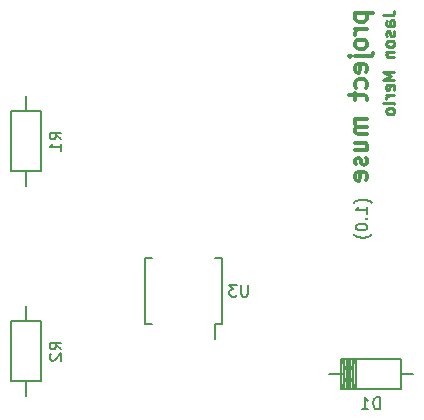
<source format=gbr>
G04 #@! TF.FileFunction,Legend,Bot*
%FSLAX46Y46*%
G04 Gerber Fmt 4.6, Leading zero omitted, Abs format (unit mm)*
G04 Created by KiCad (PCBNEW (2015-09-17 BZR 6202)-product) date Wednesday, September 23, 2015 'AMt' 01:30:27 AM*
%MOMM*%
G01*
G04 APERTURE LIST*
%ADD10C,0.100000*%
%ADD11C,0.200000*%
%ADD12C,0.250000*%
%ADD13C,0.375000*%
%ADD14C,0.150000*%
G04 APERTURE END LIST*
D10*
D11*
X146756333Y-94757810D02*
X146708714Y-94710190D01*
X146565857Y-94614952D01*
X146470619Y-94567333D01*
X146327762Y-94519714D01*
X146089667Y-94472095D01*
X145899190Y-94472095D01*
X145661095Y-94519714D01*
X145518238Y-94567333D01*
X145423000Y-94614952D01*
X145280143Y-94710190D01*
X145232524Y-94757810D01*
X146375381Y-95662572D02*
X146375381Y-95091143D01*
X146375381Y-95376857D02*
X145375381Y-95376857D01*
X145518238Y-95281619D01*
X145613476Y-95186381D01*
X145661095Y-95091143D01*
X146280143Y-96091143D02*
X146327762Y-96138762D01*
X146375381Y-96091143D01*
X146327762Y-96043524D01*
X146280143Y-96091143D01*
X146375381Y-96091143D01*
X145375381Y-96757809D02*
X145375381Y-96853048D01*
X145423000Y-96948286D01*
X145470619Y-96995905D01*
X145565857Y-97043524D01*
X145756333Y-97091143D01*
X145994429Y-97091143D01*
X146184905Y-97043524D01*
X146280143Y-96995905D01*
X146327762Y-96948286D01*
X146375381Y-96853048D01*
X146375381Y-96757809D01*
X146327762Y-96662571D01*
X146280143Y-96614952D01*
X146184905Y-96567333D01*
X145994429Y-96519714D01*
X145756333Y-96519714D01*
X145565857Y-96567333D01*
X145470619Y-96614952D01*
X145423000Y-96662571D01*
X145375381Y-96757809D01*
X146756333Y-97424476D02*
X146708714Y-97472095D01*
X146565857Y-97567333D01*
X146470619Y-97614952D01*
X146327762Y-97662571D01*
X146089667Y-97710190D01*
X145899190Y-97710190D01*
X145661095Y-97662571D01*
X145518238Y-97614952D01*
X145423000Y-97567333D01*
X145280143Y-97472095D01*
X145232524Y-97424476D01*
D12*
X147661381Y-78882810D02*
X148375667Y-78882810D01*
X148518524Y-78835190D01*
X148613762Y-78739952D01*
X148661381Y-78597095D01*
X148661381Y-78501857D01*
X148661381Y-79787572D02*
X148137571Y-79787572D01*
X148042333Y-79739953D01*
X147994714Y-79644715D01*
X147994714Y-79454238D01*
X148042333Y-79359000D01*
X148613762Y-79787572D02*
X148661381Y-79692334D01*
X148661381Y-79454238D01*
X148613762Y-79359000D01*
X148518524Y-79311381D01*
X148423286Y-79311381D01*
X148328048Y-79359000D01*
X148280429Y-79454238D01*
X148280429Y-79692334D01*
X148232810Y-79787572D01*
X148613762Y-80216143D02*
X148661381Y-80311381D01*
X148661381Y-80501857D01*
X148613762Y-80597096D01*
X148518524Y-80644715D01*
X148470905Y-80644715D01*
X148375667Y-80597096D01*
X148328048Y-80501857D01*
X148328048Y-80359000D01*
X148280429Y-80263762D01*
X148185190Y-80216143D01*
X148137571Y-80216143D01*
X148042333Y-80263762D01*
X147994714Y-80359000D01*
X147994714Y-80501857D01*
X148042333Y-80597096D01*
X148661381Y-81216143D02*
X148613762Y-81120905D01*
X148566143Y-81073286D01*
X148470905Y-81025667D01*
X148185190Y-81025667D01*
X148089952Y-81073286D01*
X148042333Y-81120905D01*
X147994714Y-81216143D01*
X147994714Y-81359001D01*
X148042333Y-81454239D01*
X148089952Y-81501858D01*
X148185190Y-81549477D01*
X148470905Y-81549477D01*
X148566143Y-81501858D01*
X148613762Y-81454239D01*
X148661381Y-81359001D01*
X148661381Y-81216143D01*
X147994714Y-81978048D02*
X148661381Y-81978048D01*
X148089952Y-81978048D02*
X148042333Y-82025667D01*
X147994714Y-82120905D01*
X147994714Y-82263763D01*
X148042333Y-82359001D01*
X148137571Y-82406620D01*
X148661381Y-82406620D01*
X148661381Y-83644715D02*
X147661381Y-83644715D01*
X148375667Y-83978049D01*
X147661381Y-84311382D01*
X148661381Y-84311382D01*
X148613762Y-85168525D02*
X148661381Y-85073287D01*
X148661381Y-84882810D01*
X148613762Y-84787572D01*
X148518524Y-84739953D01*
X148137571Y-84739953D01*
X148042333Y-84787572D01*
X147994714Y-84882810D01*
X147994714Y-85073287D01*
X148042333Y-85168525D01*
X148137571Y-85216144D01*
X148232810Y-85216144D01*
X148328048Y-84739953D01*
X148661381Y-85644715D02*
X147994714Y-85644715D01*
X148185190Y-85644715D02*
X148089952Y-85692334D01*
X148042333Y-85739953D01*
X147994714Y-85835191D01*
X147994714Y-85930430D01*
X148661381Y-86406620D02*
X148613762Y-86311382D01*
X148518524Y-86263763D01*
X147661381Y-86263763D01*
X148661381Y-86930430D02*
X148613762Y-86835192D01*
X148566143Y-86787573D01*
X148470905Y-86739954D01*
X148185190Y-86739954D01*
X148089952Y-86787573D01*
X148042333Y-86835192D01*
X147994714Y-86930430D01*
X147994714Y-87073288D01*
X148042333Y-87168526D01*
X148089952Y-87216145D01*
X148185190Y-87263764D01*
X148470905Y-87263764D01*
X148566143Y-87216145D01*
X148613762Y-87168526D01*
X148661381Y-87073288D01*
X148661381Y-86930430D01*
D13*
X145347571Y-78716143D02*
X146847571Y-78716143D01*
X145419000Y-78716143D02*
X145347571Y-78859000D01*
X145347571Y-79144714D01*
X145419000Y-79287571D01*
X145490429Y-79359000D01*
X145633286Y-79430429D01*
X146061857Y-79430429D01*
X146204714Y-79359000D01*
X146276143Y-79287571D01*
X146347571Y-79144714D01*
X146347571Y-78859000D01*
X146276143Y-78716143D01*
X146347571Y-80073286D02*
X145347571Y-80073286D01*
X145633286Y-80073286D02*
X145490429Y-80144714D01*
X145419000Y-80216143D01*
X145347571Y-80359000D01*
X145347571Y-80501857D01*
X146347571Y-81216143D02*
X146276143Y-81073285D01*
X146204714Y-81001857D01*
X146061857Y-80930428D01*
X145633286Y-80930428D01*
X145490429Y-81001857D01*
X145419000Y-81073285D01*
X145347571Y-81216143D01*
X145347571Y-81430428D01*
X145419000Y-81573285D01*
X145490429Y-81644714D01*
X145633286Y-81716143D01*
X146061857Y-81716143D01*
X146204714Y-81644714D01*
X146276143Y-81573285D01*
X146347571Y-81430428D01*
X146347571Y-81216143D01*
X145347571Y-82359000D02*
X146633286Y-82359000D01*
X146776143Y-82287571D01*
X146847571Y-82144714D01*
X146847571Y-82073286D01*
X144847571Y-82359000D02*
X144919000Y-82287571D01*
X144990429Y-82359000D01*
X144919000Y-82430428D01*
X144847571Y-82359000D01*
X144990429Y-82359000D01*
X146276143Y-83644714D02*
X146347571Y-83501857D01*
X146347571Y-83216143D01*
X146276143Y-83073286D01*
X146133286Y-83001857D01*
X145561857Y-83001857D01*
X145419000Y-83073286D01*
X145347571Y-83216143D01*
X145347571Y-83501857D01*
X145419000Y-83644714D01*
X145561857Y-83716143D01*
X145704714Y-83716143D01*
X145847571Y-83001857D01*
X146276143Y-85001857D02*
X146347571Y-84859000D01*
X146347571Y-84573286D01*
X146276143Y-84430428D01*
X146204714Y-84359000D01*
X146061857Y-84287571D01*
X145633286Y-84287571D01*
X145490429Y-84359000D01*
X145419000Y-84430428D01*
X145347571Y-84573286D01*
X145347571Y-84859000D01*
X145419000Y-85001857D01*
X145347571Y-85430428D02*
X145347571Y-86001857D01*
X144847571Y-85644714D02*
X146133286Y-85644714D01*
X146276143Y-85716142D01*
X146347571Y-85859000D01*
X146347571Y-86001857D01*
X146347571Y-87644714D02*
X145347571Y-87644714D01*
X145490429Y-87644714D02*
X145419000Y-87716142D01*
X145347571Y-87859000D01*
X145347571Y-88073285D01*
X145419000Y-88216142D01*
X145561857Y-88287571D01*
X146347571Y-88287571D01*
X145561857Y-88287571D02*
X145419000Y-88359000D01*
X145347571Y-88501857D01*
X145347571Y-88716142D01*
X145419000Y-88859000D01*
X145561857Y-88930428D01*
X146347571Y-88930428D01*
X145347571Y-90287571D02*
X146347571Y-90287571D01*
X145347571Y-89644714D02*
X146133286Y-89644714D01*
X146276143Y-89716142D01*
X146347571Y-89859000D01*
X146347571Y-90073285D01*
X146276143Y-90216142D01*
X146204714Y-90287571D01*
X146276143Y-90930428D02*
X146347571Y-91073285D01*
X146347571Y-91359000D01*
X146276143Y-91501857D01*
X146133286Y-91573285D01*
X146061857Y-91573285D01*
X145919000Y-91501857D01*
X145847571Y-91359000D01*
X145847571Y-91144714D01*
X145776143Y-91001857D01*
X145633286Y-90930428D01*
X145561857Y-90930428D01*
X145419000Y-91001857D01*
X145347571Y-91144714D01*
X145347571Y-91359000D01*
X145419000Y-91501857D01*
X146276143Y-92787571D02*
X146347571Y-92644714D01*
X146347571Y-92359000D01*
X146276143Y-92216143D01*
X146133286Y-92144714D01*
X145561857Y-92144714D01*
X145419000Y-92216143D01*
X145347571Y-92359000D01*
X145347571Y-92644714D01*
X145419000Y-92787571D01*
X145561857Y-92859000D01*
X145704714Y-92859000D01*
X145847571Y-92144714D01*
D14*
X149225000Y-109220000D02*
X150241000Y-109220000D01*
X144399000Y-109220000D02*
X143129000Y-109220000D01*
X144653000Y-110490000D02*
X144653000Y-107950000D01*
X144907000Y-110490000D02*
X144907000Y-107950000D01*
X145161000Y-110490000D02*
X145161000Y-107950000D01*
X144399000Y-110490000D02*
X144399000Y-107950000D01*
X145415000Y-110490000D02*
X144145000Y-107950000D01*
X144145000Y-110490000D02*
X145415000Y-107950000D01*
X145415000Y-110490000D02*
X145415000Y-107950000D01*
X144780000Y-110490000D02*
X144780000Y-107950000D01*
X144145000Y-107950000D02*
X144145000Y-110490000D01*
X144145000Y-110490000D02*
X149225000Y-110490000D01*
X149225000Y-110490000D02*
X149225000Y-107950000D01*
X149225000Y-107950000D02*
X144145000Y-107950000D01*
X118745000Y-92075000D02*
X118745000Y-86995000D01*
X118745000Y-86995000D02*
X116205000Y-86995000D01*
X116205000Y-86995000D02*
X116205000Y-92075000D01*
X116205000Y-92075000D02*
X118745000Y-92075000D01*
X117475000Y-92075000D02*
X117475000Y-93345000D01*
X117475000Y-86995000D02*
X117475000Y-85725000D01*
X118745000Y-109855000D02*
X118745000Y-104775000D01*
X118745000Y-104775000D02*
X116205000Y-104775000D01*
X116205000Y-104775000D02*
X116205000Y-109855000D01*
X116205000Y-109855000D02*
X118745000Y-109855000D01*
X117475000Y-109855000D02*
X117475000Y-111125000D01*
X117475000Y-104775000D02*
X117475000Y-103505000D01*
X134085000Y-105010000D02*
X133510000Y-105010000D01*
X134085000Y-99460000D02*
X133510000Y-99460000D01*
X127535000Y-99460000D02*
X128110000Y-99460000D01*
X127535000Y-105010000D02*
X128110000Y-105010000D01*
X134085000Y-105010000D02*
X134085000Y-99460000D01*
X127535000Y-105010000D02*
X127535000Y-99460000D01*
X133510000Y-105010000D02*
X133510000Y-106285000D01*
X147423095Y-112212381D02*
X147423095Y-111212381D01*
X147185000Y-111212381D01*
X147042142Y-111260000D01*
X146946904Y-111355238D01*
X146899285Y-111450476D01*
X146851666Y-111640952D01*
X146851666Y-111783810D01*
X146899285Y-111974286D01*
X146946904Y-112069524D01*
X147042142Y-112164762D01*
X147185000Y-112212381D01*
X147423095Y-112212381D01*
X145899285Y-112212381D02*
X146470714Y-112212381D01*
X146185000Y-112212381D02*
X146185000Y-111212381D01*
X146280238Y-111355238D01*
X146375476Y-111450476D01*
X146470714Y-111498095D01*
X120467381Y-89368334D02*
X119991190Y-89035000D01*
X120467381Y-88796905D02*
X119467381Y-88796905D01*
X119467381Y-89177858D01*
X119515000Y-89273096D01*
X119562619Y-89320715D01*
X119657857Y-89368334D01*
X119800714Y-89368334D01*
X119895952Y-89320715D01*
X119943571Y-89273096D01*
X119991190Y-89177858D01*
X119991190Y-88796905D01*
X120467381Y-90320715D02*
X120467381Y-89749286D01*
X120467381Y-90035000D02*
X119467381Y-90035000D01*
X119610238Y-89939762D01*
X119705476Y-89844524D01*
X119753095Y-89749286D01*
X120467381Y-107148334D02*
X119991190Y-106815000D01*
X120467381Y-106576905D02*
X119467381Y-106576905D01*
X119467381Y-106957858D01*
X119515000Y-107053096D01*
X119562619Y-107100715D01*
X119657857Y-107148334D01*
X119800714Y-107148334D01*
X119895952Y-107100715D01*
X119943571Y-107053096D01*
X119991190Y-106957858D01*
X119991190Y-106576905D01*
X119562619Y-107529286D02*
X119515000Y-107576905D01*
X119467381Y-107672143D01*
X119467381Y-107910239D01*
X119515000Y-108005477D01*
X119562619Y-108053096D01*
X119657857Y-108100715D01*
X119753095Y-108100715D01*
X119895952Y-108053096D01*
X120467381Y-107481667D01*
X120467381Y-108100715D01*
X136270905Y-101687381D02*
X136270905Y-102496905D01*
X136223286Y-102592143D01*
X136175667Y-102639762D01*
X136080429Y-102687381D01*
X135889952Y-102687381D01*
X135794714Y-102639762D01*
X135747095Y-102592143D01*
X135699476Y-102496905D01*
X135699476Y-101687381D01*
X135318524Y-101687381D02*
X134699476Y-101687381D01*
X135032810Y-102068333D01*
X134889952Y-102068333D01*
X134794714Y-102115952D01*
X134747095Y-102163571D01*
X134699476Y-102258810D01*
X134699476Y-102496905D01*
X134747095Y-102592143D01*
X134794714Y-102639762D01*
X134889952Y-102687381D01*
X135175667Y-102687381D01*
X135270905Y-102639762D01*
X135318524Y-102592143D01*
M02*

</source>
